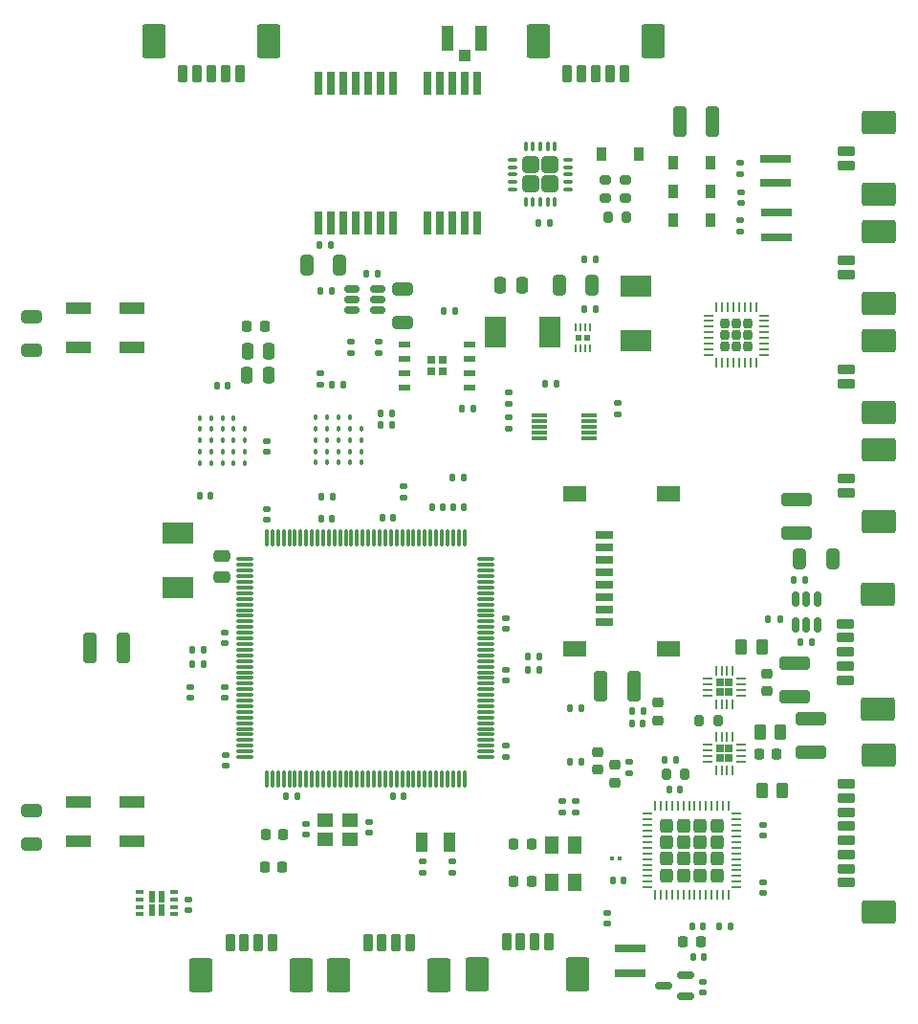
<source format=gbp>
%TF.GenerationSoftware,KiCad,Pcbnew,(6.0.7)*%
%TF.CreationDate,2022-08-22T02:23:39+08:00*%
%TF.ProjectId,cubesat_obc,63756265-7361-4745-9f6f-62632e6b6963,rev?*%
%TF.SameCoordinates,Original*%
%TF.FileFunction,Paste,Bot*%
%TF.FilePolarity,Positive*%
%FSLAX46Y46*%
G04 Gerber Fmt 4.6, Leading zero omitted, Abs format (unit mm)*
G04 Created by KiCad (PCBNEW (6.0.7)) date 2022-08-22 02:23:39*
%MOMM*%
%LPD*%
G01*
G04 APERTURE LIST*
G04 Aperture macros list*
%AMRoundRect*
0 Rectangle with rounded corners*
0 $1 Rounding radius*
0 $2 $3 $4 $5 $6 $7 $8 $9 X,Y pos of 4 corners*
0 Add a 4 corners polygon primitive as box body*
4,1,4,$2,$3,$4,$5,$6,$7,$8,$9,$2,$3,0*
0 Add four circle primitives for the rounded corners*
1,1,$1+$1,$2,$3*
1,1,$1+$1,$4,$5*
1,1,$1+$1,$6,$7*
1,1,$1+$1,$8,$9*
0 Add four rect primitives between the rounded corners*
20,1,$1+$1,$2,$3,$4,$5,0*
20,1,$1+$1,$4,$5,$6,$7,0*
20,1,$1+$1,$6,$7,$8,$9,0*
20,1,$1+$1,$8,$9,$2,$3,0*%
G04 Aperture macros list end*
%ADD10R,0.800000X0.800000*%
%ADD11R,1.100000X0.500000*%
%ADD12RoundRect,0.140000X-0.140000X-0.170000X0.140000X-0.170000X0.140000X0.170000X-0.140000X0.170000X0*%
%ADD13RoundRect,0.140000X-0.170000X0.140000X-0.170000X-0.140000X0.170000X-0.140000X0.170000X0.140000X0*%
%ADD14RoundRect,0.140000X0.170000X-0.140000X0.170000X0.140000X-0.170000X0.140000X-0.170000X-0.140000X0*%
%ADD15RoundRect,0.250000X-0.250000X-0.475000X0.250000X-0.475000X0.250000X0.475000X-0.250000X0.475000X0*%
%ADD16RoundRect,0.140000X0.140000X0.170000X-0.140000X0.170000X-0.140000X-0.170000X0.140000X-0.170000X0*%
%ADD17RoundRect,0.250000X0.650000X-0.325000X0.650000X0.325000X-0.650000X0.325000X-0.650000X-0.325000X0*%
%ADD18R,2.300000X1.100000*%
%ADD19RoundRect,0.200000X0.200000X0.600000X-0.200000X0.600000X-0.200000X-0.600000X0.200000X-0.600000X0*%
%ADD20RoundRect,0.250001X0.799999X1.249999X-0.799999X1.249999X-0.799999X-1.249999X0.799999X-1.249999X0*%
%ADD21RoundRect,0.200000X-0.600000X0.200000X-0.600000X-0.200000X0.600000X-0.200000X0.600000X0.200000X0*%
%ADD22RoundRect,0.250001X-1.249999X0.799999X-1.249999X-0.799999X1.249999X-0.799999X1.249999X0.799999X0*%
%ADD23R,2.700000X0.800000*%
%ADD24RoundRect,0.135000X0.135000X0.185000X-0.135000X0.185000X-0.135000X-0.185000X0.135000X-0.185000X0*%
%ADD25RoundRect,0.135000X-0.135000X-0.185000X0.135000X-0.185000X0.135000X0.185000X-0.135000X0.185000X0*%
%ADD26RoundRect,0.135000X-0.185000X0.135000X-0.185000X-0.135000X0.185000X-0.135000X0.185000X0.135000X0*%
%ADD27RoundRect,0.135000X0.185000X-0.135000X0.185000X0.135000X-0.185000X0.135000X-0.185000X-0.135000X0*%
%ADD28R,1.400000X0.300000*%
%ADD29RoundRect,0.250000X0.475000X0.475000X-0.475000X0.475000X-0.475000X-0.475000X0.475000X-0.475000X0*%
%ADD30RoundRect,0.075000X0.325000X0.075000X-0.325000X0.075000X-0.325000X-0.075000X0.325000X-0.075000X0*%
%ADD31RoundRect,0.075000X0.075000X0.325000X-0.075000X0.325000X-0.075000X-0.325000X0.075000X-0.325000X0*%
%ADD32R,1.500000X0.800000*%
%ADD33R,2.000000X1.450000*%
%ADD34R,1.000000X1.800000*%
%ADD35RoundRect,0.200000X-0.275000X0.200000X-0.275000X-0.200000X0.275000X-0.200000X0.275000X0.200000X0*%
%ADD36RoundRect,0.200000X0.200000X0.275000X-0.200000X0.275000X-0.200000X-0.275000X0.200000X-0.275000X0*%
%ADD37RoundRect,0.200000X0.275000X-0.200000X0.275000X0.200000X-0.275000X0.200000X-0.275000X-0.200000X0*%
%ADD38R,0.900000X1.200000*%
%ADD39RoundRect,0.225000X-0.225000X-0.250000X0.225000X-0.250000X0.225000X0.250000X-0.225000X0.250000X0*%
%ADD40RoundRect,0.150000X0.587500X0.150000X-0.587500X0.150000X-0.587500X-0.150000X0.587500X-0.150000X0*%
%ADD41RoundRect,0.250000X-0.345000X-0.345000X0.345000X-0.345000X0.345000X0.345000X-0.345000X0.345000X0*%
%ADD42RoundRect,0.062500X-0.375000X-0.062500X0.375000X-0.062500X0.375000X0.062500X-0.375000X0.062500X0*%
%ADD43RoundRect,0.062500X-0.062500X-0.375000X0.062500X-0.375000X0.062500X0.375000X-0.062500X0.375000X0*%
%ADD44RoundRect,0.079500X0.079500X0.100500X-0.079500X0.100500X-0.079500X-0.100500X0.079500X-0.100500X0*%
%ADD45RoundRect,0.225000X0.225000X0.250000X-0.225000X0.250000X-0.225000X-0.250000X0.225000X-0.250000X0*%
%ADD46R,2.790000X1.903000*%
%ADD47RoundRect,0.075000X0.075000X-0.662500X0.075000X0.662500X-0.075000X0.662500X-0.075000X-0.662500X0*%
%ADD48RoundRect,0.075000X0.662500X-0.075000X0.662500X0.075000X-0.662500X0.075000X-0.662500X-0.075000X0*%
%ADD49RoundRect,0.250000X0.325000X0.650000X-0.325000X0.650000X-0.325000X-0.650000X0.325000X-0.650000X0*%
%ADD50RoundRect,0.250000X0.325000X1.100000X-0.325000X1.100000X-0.325000X-1.100000X0.325000X-1.100000X0*%
%ADD51RoundRect,0.250000X-0.325000X-1.100000X0.325000X-1.100000X0.325000X1.100000X-0.325000X1.100000X0*%
%ADD52RoundRect,0.250000X1.100000X-0.325000X1.100000X0.325000X-1.100000X0.325000X-1.100000X-0.325000X0*%
%ADD53RoundRect,0.250000X-1.100000X0.325000X-1.100000X-0.325000X1.100000X-0.325000X1.100000X0.325000X0*%
%ADD54R,1.903000X2.790000*%
%ADD55RoundRect,0.207500X0.207500X0.207500X-0.207500X0.207500X-0.207500X-0.207500X0.207500X-0.207500X0*%
%ADD56RoundRect,0.062500X0.350000X0.062500X-0.350000X0.062500X-0.350000X-0.062500X0.350000X-0.062500X0*%
%ADD57RoundRect,0.062500X0.062500X0.350000X-0.062500X0.350000X-0.062500X-0.350000X0.062500X-0.350000X0*%
%ADD58R,0.540000X0.530000*%
%ADD59R,0.250000X0.700000*%
%ADD60R,0.600000X1.000000*%
%ADD61R,0.650000X0.350000*%
%ADD62R,1.400000X1.200000*%
%ADD63RoundRect,0.225000X0.250000X-0.225000X0.250000X0.225000X-0.250000X0.225000X-0.250000X-0.225000X0*%
%ADD64R,0.800000X2.000000*%
%ADD65RoundRect,0.250000X-0.262500X-0.450000X0.262500X-0.450000X0.262500X0.450000X-0.262500X0.450000X0*%
%ADD66R,1.300000X1.600000*%
%ADD67RoundRect,0.200000X-0.200000X-0.600000X0.200000X-0.600000X0.200000X0.600000X-0.200000X0.600000X0*%
%ADD68RoundRect,0.250001X-0.799999X-1.249999X0.799999X-1.249999X0.799999X1.249999X-0.799999X1.249999X0*%
%ADD69RoundRect,0.150000X-0.150000X0.512500X-0.150000X-0.512500X0.150000X-0.512500X0.150000X0.512500X0*%
%ADD70RoundRect,0.182500X-0.182500X0.182500X-0.182500X-0.182500X0.182500X-0.182500X0.182500X0.182500X0*%
%ADD71RoundRect,0.062500X-0.062500X0.350000X-0.062500X-0.350000X0.062500X-0.350000X0.062500X0.350000X0*%
%ADD72RoundRect,0.062500X-0.350000X0.062500X-0.350000X-0.062500X0.350000X-0.062500X0.350000X0.062500X0*%
%ADD73R,1.000000X1.050000*%
%ADD74R,1.050000X2.200000*%
%ADD75C,0.457200*%
%ADD76RoundRect,0.150000X0.512500X0.150000X-0.512500X0.150000X-0.512500X-0.150000X0.512500X-0.150000X0*%
%ADD77RoundRect,0.250000X-0.325000X-0.650000X0.325000X-0.650000X0.325000X0.650000X-0.325000X0.650000X0*%
%ADD78RoundRect,0.225000X-0.250000X0.225000X-0.250000X-0.225000X0.250000X-0.225000X0.250000X0.225000X0*%
%ADD79RoundRect,0.250000X0.475000X-0.250000X0.475000X0.250000X-0.475000X0.250000X-0.475000X-0.250000X0*%
%ADD80RoundRect,0.250000X-0.650000X0.325000X-0.650000X-0.325000X0.650000X-0.325000X0.650000X0.325000X0*%
G04 APERTURE END LIST*
D10*
X158400000Y-79550000D03*
X157400000Y-79550000D03*
X157400000Y-80550000D03*
X158400000Y-80550000D03*
D11*
X160800000Y-78145000D03*
X160800000Y-79415000D03*
X160800000Y-80685000D03*
X160800000Y-81955000D03*
X155000000Y-81955000D03*
X155000000Y-80685000D03*
X155000000Y-79415000D03*
X155000000Y-78145000D03*
D12*
X148620000Y-81725000D03*
X149580000Y-81725000D03*
D13*
X142825000Y-92695000D03*
X142825000Y-93655000D03*
D14*
X139128500Y-104580000D03*
X139128500Y-103620000D03*
D15*
X141075000Y-80875000D03*
X142975000Y-80875000D03*
D12*
X159345000Y-92575000D03*
X160305000Y-92575000D03*
D16*
X154980000Y-118150000D03*
X154020000Y-118150000D03*
D13*
X164000000Y-113670000D03*
X164000000Y-114630000D03*
D12*
X147670000Y-93575000D03*
X148630000Y-93575000D03*
D14*
X184810400Y-65656400D03*
X184810400Y-64696400D03*
D17*
X122047000Y-122379000D03*
X122047000Y-119429000D03*
X122047000Y-78691000D03*
X122047000Y-75741000D03*
D18*
X126174000Y-118646000D03*
X130874000Y-118646000D03*
X130874000Y-122146000D03*
X126174000Y-122146000D03*
X126174000Y-74958000D03*
X130874000Y-74958000D03*
X130874000Y-78458000D03*
X126174000Y-78458000D03*
D19*
X155517000Y-131050000D03*
X154267000Y-131050000D03*
X153017000Y-131050000D03*
X151767000Y-131050000D03*
D20*
X149217000Y-133950000D03*
X158067000Y-133950000D03*
D19*
X143325000Y-131050000D03*
X142075000Y-131050000D03*
X140825000Y-131050000D03*
X139575000Y-131050000D03*
D20*
X137025000Y-133950000D03*
X145875000Y-133950000D03*
D21*
X194132500Y-70749000D03*
X194132500Y-71999000D03*
D22*
X197032500Y-68199000D03*
X197032500Y-74549000D03*
D21*
X194132500Y-80401000D03*
X194132500Y-81651000D03*
D22*
X197032500Y-84201000D03*
X197032500Y-77851000D03*
D21*
X194132500Y-61097000D03*
X194132500Y-62347000D03*
D22*
X197032500Y-64897000D03*
X197032500Y-58547000D03*
D21*
X194132500Y-90053000D03*
X194132500Y-91303000D03*
D22*
X197032500Y-93853000D03*
X197032500Y-87503000D03*
D23*
X187960000Y-66464000D03*
X187960000Y-68664000D03*
X187896500Y-63901500D03*
X187896500Y-61701500D03*
D24*
X153935000Y-84250000D03*
X152915000Y-84250000D03*
D25*
X147640000Y-91600000D03*
X148660000Y-91600000D03*
D26*
X147600000Y-80740000D03*
X147600000Y-81760000D03*
D24*
X137225500Y-105156000D03*
X136205500Y-105156000D03*
X137225500Y-106426000D03*
X136205500Y-106426000D03*
D26*
X184785000Y-67181000D03*
X184785000Y-68201000D03*
D27*
X184785000Y-63121000D03*
X184785000Y-62101000D03*
X173926500Y-84330000D03*
X173926500Y-83310000D03*
D26*
X164274500Y-84580000D03*
X164274500Y-85600000D03*
D28*
X171351300Y-84471000D03*
X171351300Y-84971000D03*
X171351300Y-85471000D03*
X171351300Y-85971000D03*
X171351300Y-86471000D03*
X166951300Y-86471000D03*
X166951300Y-85971000D03*
X166951300Y-85471000D03*
X166951300Y-84971000D03*
X166951300Y-84471000D03*
D29*
X166203100Y-62279000D03*
X167883100Y-63959000D03*
X166203100Y-63959000D03*
X167883100Y-62279000D03*
D30*
X169493100Y-61819000D03*
X169493100Y-62469000D03*
X169493100Y-63119000D03*
X169493100Y-63769000D03*
X169493100Y-64419000D03*
D31*
X168343100Y-65569000D03*
X167693100Y-65569000D03*
X167043100Y-65569000D03*
X166393100Y-65569000D03*
X165743100Y-65569000D03*
D30*
X164593100Y-64419000D03*
X164593100Y-63769000D03*
X164593100Y-63119000D03*
X164593100Y-62469000D03*
X164593100Y-61819000D03*
D31*
X165743100Y-60669000D03*
X166393100Y-60669000D03*
X167043100Y-60669000D03*
X167693100Y-60669000D03*
X168343100Y-60669000D03*
D32*
X172694000Y-95034500D03*
X172694000Y-96134500D03*
X172694000Y-97234500D03*
X172694000Y-98334500D03*
X172694000Y-99434500D03*
X172694000Y-100534500D03*
X172694000Y-101634500D03*
X172694000Y-102734500D03*
D33*
X178394000Y-91359500D03*
X170094000Y-105109500D03*
X178394000Y-105109500D03*
X170094000Y-91359500D03*
D34*
X156514500Y-122159000D03*
X159014500Y-122159000D03*
D12*
X166906000Y-67437000D03*
X167866000Y-67437000D03*
D25*
X167447500Y-81661000D03*
X168467500Y-81661000D03*
D27*
X164274500Y-83441000D03*
X164274500Y-82421000D03*
D35*
X172847000Y-63564000D03*
X172847000Y-65214000D03*
D36*
X174688000Y-66929000D03*
X173038000Y-66929000D03*
D37*
X174625000Y-65214000D03*
X174625000Y-63564000D03*
D38*
X182117000Y-62103000D03*
X178817000Y-62103000D03*
X178817000Y-64643000D03*
X182117000Y-64643000D03*
X175767000Y-61341000D03*
X172467000Y-61341000D03*
X182117000Y-67183000D03*
X178817000Y-67183000D03*
D14*
X172974000Y-129385000D03*
X172974000Y-128425000D03*
D39*
X164706000Y-125666500D03*
X166256000Y-125666500D03*
X164706000Y-122364500D03*
X166256000Y-122364500D03*
D14*
X181483000Y-135481000D03*
X181483000Y-134521000D03*
D39*
X179692000Y-131000500D03*
X181242000Y-131000500D03*
D13*
X186753500Y-120678000D03*
X186753500Y-121638000D03*
D12*
X180495000Y-129667000D03*
X181455000Y-129667000D03*
X180558500Y-132397500D03*
X181518500Y-132397500D03*
D14*
X186817000Y-126718000D03*
X186817000Y-125758000D03*
D16*
X183868000Y-129667000D03*
X182908000Y-129667000D03*
D12*
X178470000Y-117550000D03*
X179430000Y-117550000D03*
D16*
X174406500Y-125603000D03*
X173446500Y-125603000D03*
D19*
X167800500Y-131000000D03*
X166550500Y-131000000D03*
X165300500Y-131000000D03*
X164050500Y-131000000D03*
D20*
X161500500Y-133900000D03*
X170350500Y-133900000D03*
D23*
X175006000Y-133815000D03*
X175006000Y-131615000D03*
D40*
X179880500Y-133924000D03*
X179880500Y-135824000D03*
X178005500Y-134874000D03*
D41*
X181207000Y-120716000D03*
X182687000Y-122196000D03*
X179727000Y-120716000D03*
X179727000Y-123676000D03*
X181207000Y-125156000D03*
X182687000Y-125156000D03*
X181207000Y-122196000D03*
X179727000Y-125156000D03*
X178247000Y-120716000D03*
X182687000Y-120716000D03*
X179727000Y-122196000D03*
X181207000Y-123676000D03*
X178247000Y-122196000D03*
X182687000Y-123676000D03*
X178247000Y-125156000D03*
X178247000Y-123676000D03*
D42*
X176529500Y-126186000D03*
X176529500Y-125686000D03*
X176529500Y-125186000D03*
X176529500Y-124686000D03*
X176529500Y-124186000D03*
X176529500Y-123686000D03*
X176529500Y-123186000D03*
X176529500Y-122686000D03*
X176529500Y-122186000D03*
X176529500Y-121686000D03*
X176529500Y-121186000D03*
X176529500Y-120686000D03*
X176529500Y-120186000D03*
X176529500Y-119686000D03*
D43*
X177217000Y-118998500D03*
X177717000Y-118998500D03*
X178217000Y-118998500D03*
X178717000Y-118998500D03*
X179217000Y-118998500D03*
X179717000Y-118998500D03*
X180217000Y-118998500D03*
X180717000Y-118998500D03*
X181217000Y-118998500D03*
X181717000Y-118998500D03*
X182217000Y-118998500D03*
X182717000Y-118998500D03*
X183217000Y-118998500D03*
X183717000Y-118998500D03*
D42*
X184404500Y-119686000D03*
X184404500Y-120186000D03*
X184404500Y-120686000D03*
X184404500Y-121186000D03*
X184404500Y-121686000D03*
X184404500Y-122186000D03*
X184404500Y-122686000D03*
X184404500Y-123186000D03*
X184404500Y-123686000D03*
X184404500Y-124186000D03*
X184404500Y-124686000D03*
X184404500Y-125186000D03*
X184404500Y-125686000D03*
X184404500Y-126186000D03*
D43*
X183717000Y-126873500D03*
X183217000Y-126873500D03*
X182717000Y-126873500D03*
X182217000Y-126873500D03*
X181717000Y-126873500D03*
X181217000Y-126873500D03*
X180717000Y-126873500D03*
X180217000Y-126873500D03*
X179717000Y-126873500D03*
X179217000Y-126873500D03*
X178717000Y-126873500D03*
X178217000Y-126873500D03*
X177717000Y-126873500D03*
X177217000Y-126873500D03*
D26*
X170180000Y-118552500D03*
X170180000Y-119572500D03*
X168973500Y-118552500D03*
X168973500Y-119572500D03*
D44*
X174081000Y-123634500D03*
X173391000Y-123634500D03*
D21*
X194132500Y-117037000D03*
X194132500Y-118287000D03*
X194132500Y-119537000D03*
X194132500Y-120787000D03*
X194132500Y-122037000D03*
X194132500Y-123287000D03*
X194132500Y-124537000D03*
X194132500Y-125787000D03*
D22*
X197032500Y-128337000D03*
X197032500Y-114487000D03*
D14*
X139230000Y-115420000D03*
X139230000Y-114460000D03*
D15*
X141100000Y-78800000D03*
X143000000Y-78800000D03*
D13*
X136080500Y-108486000D03*
X136080500Y-109446000D03*
D14*
X151875000Y-121380000D03*
X151875000Y-120420000D03*
D16*
X160246000Y-89916000D03*
X159286000Y-89916000D03*
D13*
X146325000Y-120570000D03*
X146325000Y-121530000D03*
D45*
X144225000Y-124375000D03*
X142675000Y-124375000D03*
D13*
X135900000Y-127240000D03*
X135900000Y-128200000D03*
D12*
X153088400Y-93472000D03*
X154048400Y-93472000D03*
D13*
X164020500Y-102390000D03*
X164020500Y-103350000D03*
X164020500Y-106962000D03*
X164020500Y-107922000D03*
D14*
X139128500Y-109446000D03*
X139128500Y-108486000D03*
D13*
X159250000Y-123920000D03*
X159250000Y-124880000D03*
X156675000Y-123920000D03*
X156675000Y-124880000D03*
D16*
X158404500Y-92583000D03*
X157444500Y-92583000D03*
D13*
X142825000Y-86695000D03*
X142825000Y-87655000D03*
D16*
X139355000Y-81775000D03*
X138395000Y-81775000D03*
D46*
X135000000Y-94848500D03*
X135000000Y-99701500D03*
D47*
X160324500Y-116580500D03*
X159824500Y-116580500D03*
X159324500Y-116580500D03*
X158824500Y-116580500D03*
X158324500Y-116580500D03*
X157824500Y-116580500D03*
X157324500Y-116580500D03*
X156824500Y-116580500D03*
X156324500Y-116580500D03*
X155824500Y-116580500D03*
X155324500Y-116580500D03*
X154824500Y-116580500D03*
X154324500Y-116580500D03*
X153824500Y-116580500D03*
X153324500Y-116580500D03*
X152824500Y-116580500D03*
X152324500Y-116580500D03*
X151824500Y-116580500D03*
X151324500Y-116580500D03*
X150824500Y-116580500D03*
X150324500Y-116580500D03*
X149824500Y-116580500D03*
X149324500Y-116580500D03*
X148824500Y-116580500D03*
X148324500Y-116580500D03*
X147824500Y-116580500D03*
X147324500Y-116580500D03*
X146824500Y-116580500D03*
X146324500Y-116580500D03*
X145824500Y-116580500D03*
X145324500Y-116580500D03*
X144824500Y-116580500D03*
X144324500Y-116580500D03*
X143824500Y-116580500D03*
X143324500Y-116580500D03*
X142824500Y-116580500D03*
D48*
X140912000Y-114668000D03*
X140912000Y-114168000D03*
X140912000Y-113668000D03*
X140912000Y-113168000D03*
X140912000Y-112668000D03*
X140912000Y-112168000D03*
X140912000Y-111668000D03*
X140912000Y-111168000D03*
X140912000Y-110668000D03*
X140912000Y-110168000D03*
X140912000Y-109668000D03*
X140912000Y-109168000D03*
X140912000Y-108668000D03*
X140912000Y-108168000D03*
X140912000Y-107668000D03*
X140912000Y-107168000D03*
X140912000Y-106668000D03*
X140912000Y-106168000D03*
X140912000Y-105668000D03*
X140912000Y-105168000D03*
X140912000Y-104668000D03*
X140912000Y-104168000D03*
X140912000Y-103668000D03*
X140912000Y-103168000D03*
X140912000Y-102668000D03*
X140912000Y-102168000D03*
X140912000Y-101668000D03*
X140912000Y-101168000D03*
X140912000Y-100668000D03*
X140912000Y-100168000D03*
X140912000Y-99668000D03*
X140912000Y-99168000D03*
X140912000Y-98668000D03*
X140912000Y-98168000D03*
X140912000Y-97668000D03*
X140912000Y-97168000D03*
D47*
X142824500Y-95255500D03*
X143324500Y-95255500D03*
X143824500Y-95255500D03*
X144324500Y-95255500D03*
X144824500Y-95255500D03*
X145324500Y-95255500D03*
X145824500Y-95255500D03*
X146324500Y-95255500D03*
X146824500Y-95255500D03*
X147324500Y-95255500D03*
X147824500Y-95255500D03*
X148324500Y-95255500D03*
X148824500Y-95255500D03*
X149324500Y-95255500D03*
X149824500Y-95255500D03*
X150324500Y-95255500D03*
X150824500Y-95255500D03*
X151324500Y-95255500D03*
X151824500Y-95255500D03*
X152324500Y-95255500D03*
X152824500Y-95255500D03*
X153324500Y-95255500D03*
X153824500Y-95255500D03*
X154324500Y-95255500D03*
X154824500Y-95255500D03*
X155324500Y-95255500D03*
X155824500Y-95255500D03*
X156324500Y-95255500D03*
X156824500Y-95255500D03*
X157324500Y-95255500D03*
X157824500Y-95255500D03*
X158324500Y-95255500D03*
X158824500Y-95255500D03*
X159324500Y-95255500D03*
X159824500Y-95255500D03*
X160324500Y-95255500D03*
D48*
X162237000Y-97168000D03*
X162237000Y-97668000D03*
X162237000Y-98168000D03*
X162237000Y-98668000D03*
X162237000Y-99168000D03*
X162237000Y-99668000D03*
X162237000Y-100168000D03*
X162237000Y-100668000D03*
X162237000Y-101168000D03*
X162237000Y-101668000D03*
X162237000Y-102168000D03*
X162237000Y-102668000D03*
X162237000Y-103168000D03*
X162237000Y-103668000D03*
X162237000Y-104168000D03*
X162237000Y-104668000D03*
X162237000Y-105168000D03*
X162237000Y-105668000D03*
X162237000Y-106168000D03*
X162237000Y-106668000D03*
X162237000Y-107168000D03*
X162237000Y-107668000D03*
X162237000Y-108168000D03*
X162237000Y-108668000D03*
X162237000Y-109168000D03*
X162237000Y-109668000D03*
X162237000Y-110168000D03*
X162237000Y-110668000D03*
X162237000Y-111168000D03*
X162237000Y-111668000D03*
X162237000Y-112168000D03*
X162237000Y-112668000D03*
X162237000Y-113168000D03*
X162237000Y-113668000D03*
X162237000Y-114168000D03*
X162237000Y-114668000D03*
D25*
X165946500Y-105791000D03*
X166966500Y-105791000D03*
X165923500Y-106934000D03*
X166943500Y-106934000D03*
D49*
X171655000Y-72898000D03*
X168705000Y-72898000D03*
D16*
X171930000Y-75057000D03*
X170970000Y-75057000D03*
D15*
X163515000Y-72898000D03*
X165415000Y-72898000D03*
D50*
X182323000Y-58420000D03*
X179373000Y-58420000D03*
X175325000Y-108400000D03*
X172375000Y-108400000D03*
D51*
X127176000Y-105029000D03*
X130126000Y-105029000D03*
D52*
X189575000Y-109325000D03*
X189575000Y-106375000D03*
D53*
X189738000Y-91870000D03*
X189738000Y-94820000D03*
X191000000Y-111275000D03*
X191000000Y-114225000D03*
D46*
X175514000Y-77864500D03*
X175514000Y-73011500D03*
D54*
X163054500Y-77089000D03*
X167907500Y-77089000D03*
D24*
X171960000Y-70612000D03*
X170940000Y-70612000D03*
D55*
X185434000Y-78373000D03*
X184404000Y-76313000D03*
X185434000Y-76313000D03*
X184404000Y-77343000D03*
X183374000Y-78373000D03*
X184404000Y-78373000D03*
X183374000Y-77343000D03*
X183374000Y-76313000D03*
X185434000Y-77343000D03*
D56*
X186841500Y-75593000D03*
X186841500Y-76093000D03*
X186841500Y-76593000D03*
X186841500Y-77093000D03*
X186841500Y-77593000D03*
X186841500Y-78093000D03*
X186841500Y-78593000D03*
X186841500Y-79093000D03*
D57*
X186154000Y-79780500D03*
X185654000Y-79780500D03*
X185154000Y-79780500D03*
X184654000Y-79780500D03*
X184154000Y-79780500D03*
X183654000Y-79780500D03*
X183154000Y-79780500D03*
X182654000Y-79780500D03*
D56*
X181966500Y-79093000D03*
X181966500Y-78593000D03*
X181966500Y-78093000D03*
X181966500Y-77593000D03*
X181966500Y-77093000D03*
X181966500Y-76593000D03*
X181966500Y-76093000D03*
X181966500Y-75593000D03*
D57*
X182654000Y-74905500D03*
X183154000Y-74905500D03*
X183654000Y-74905500D03*
X184154000Y-74905500D03*
X184654000Y-74905500D03*
X185154000Y-74905500D03*
X185654000Y-74905500D03*
X186154000Y-74905500D03*
D58*
X171160000Y-77597000D03*
X170470000Y-77597000D03*
D59*
X170140000Y-76672000D03*
X170590000Y-76672000D03*
X171040000Y-76672000D03*
X171490000Y-76672000D03*
X171490000Y-78522000D03*
X171040000Y-78522000D03*
X170590000Y-78522000D03*
X170140000Y-78522000D03*
D60*
X132712500Y-128200000D03*
X132712500Y-127000000D03*
X133487500Y-128200000D03*
X133487500Y-127000000D03*
D61*
X134650000Y-126625000D03*
X134650000Y-127275000D03*
X134650000Y-127925000D03*
X134650000Y-128575000D03*
X131550000Y-128575000D03*
X131550000Y-127925000D03*
X131550000Y-127275000D03*
X131550000Y-126625000D03*
D62*
X150200000Y-121950000D03*
X148000000Y-121950000D03*
X148000000Y-120250000D03*
X150200000Y-120250000D03*
D63*
X177450000Y-111425000D03*
X177450000Y-109875000D03*
D21*
X194075000Y-102850000D03*
X194075000Y-104100000D03*
X194075000Y-105350000D03*
X194075000Y-106600000D03*
X194075000Y-107850000D03*
D22*
X196975000Y-110400000D03*
X196975000Y-100300000D03*
D63*
X172100000Y-115775000D03*
X172100000Y-114225000D03*
D39*
X142725000Y-121550000D03*
X144275000Y-121550000D03*
D24*
X188260000Y-102500000D03*
X187240000Y-102500000D03*
D16*
X152630000Y-71925000D03*
X151670000Y-71925000D03*
D64*
X147432000Y-55014000D03*
X148532000Y-55014000D03*
X149632000Y-55014000D03*
X150732000Y-55014000D03*
X151832000Y-55014000D03*
X152932000Y-55014000D03*
X154032000Y-55014000D03*
X157032000Y-55014000D03*
X158132000Y-55014000D03*
X159232000Y-55014000D03*
X160332000Y-55014000D03*
X161432000Y-55014000D03*
X161432000Y-67414000D03*
X160332000Y-67414000D03*
X159232000Y-67414000D03*
X158132000Y-67414000D03*
X157032000Y-67414000D03*
X154032000Y-67414000D03*
X152932000Y-67414000D03*
X151832000Y-67414000D03*
X150732000Y-67414000D03*
X149632000Y-67414000D03*
X148532000Y-67414000D03*
X147432000Y-67414000D03*
D13*
X174950000Y-115120000D03*
X174950000Y-116080000D03*
D25*
X169690000Y-110350000D03*
X170710000Y-110350000D03*
D39*
X141075000Y-76575000D03*
X142625000Y-76575000D03*
D65*
X184837500Y-104950000D03*
X186662500Y-104950000D03*
D66*
X170100000Y-122450000D03*
X170100000Y-125750000D03*
X168100000Y-125750000D03*
X168100000Y-122450000D03*
D67*
X135422000Y-54216000D03*
X136672000Y-54216000D03*
X137922000Y-54216000D03*
X139172000Y-54216000D03*
X140422000Y-54216000D03*
D68*
X142972000Y-51316000D03*
X132872000Y-51316000D03*
D25*
X152915000Y-85275000D03*
X153935000Y-85275000D03*
D27*
X150300000Y-78935000D03*
X150300000Y-77915000D03*
D16*
X145505000Y-118125000D03*
X144545000Y-118125000D03*
D69*
X189675000Y-100712500D03*
X190625000Y-100712500D03*
X191575000Y-100712500D03*
X191575000Y-102987500D03*
X190625000Y-102987500D03*
X189675000Y-102987500D03*
D70*
X182930000Y-113930000D03*
X183770000Y-113930000D03*
X183770000Y-114770000D03*
X182930000Y-114770000D03*
D71*
X182600000Y-112887500D03*
X183100000Y-112887500D03*
X183600000Y-112887500D03*
X184100000Y-112887500D03*
D72*
X184812500Y-113600000D03*
X184812500Y-114100000D03*
X184812500Y-114600000D03*
X184812500Y-115100000D03*
D71*
X184100000Y-115812500D03*
X183600000Y-115812500D03*
X183100000Y-115812500D03*
X182600000Y-115812500D03*
D72*
X181887500Y-115100000D03*
X181887500Y-114600000D03*
X181887500Y-114100000D03*
X181887500Y-113600000D03*
D73*
X160350000Y-52612000D03*
D74*
X161825000Y-51087000D03*
X158875000Y-51087000D03*
D36*
X182775000Y-111425000D03*
X181125000Y-111425000D03*
D27*
X154940000Y-91696000D03*
X154940000Y-90676000D03*
D12*
X136895000Y-91550000D03*
X137855000Y-91550000D03*
X190095000Y-104500000D03*
X191055000Y-104500000D03*
D27*
X152700000Y-78960000D03*
X152700000Y-77940000D03*
D24*
X148560000Y-73450000D03*
X147540000Y-73450000D03*
D12*
X189500000Y-99000000D03*
X190460000Y-99000000D03*
D36*
X179875000Y-116200000D03*
X178225000Y-116200000D03*
D75*
X150178100Y-84625000D03*
X149178100Y-84625000D03*
X148178100Y-84625000D03*
X147178100Y-84625000D03*
X151178100Y-85625000D03*
X150178100Y-85625000D03*
X149178100Y-85625000D03*
X148178100Y-85625000D03*
X147178100Y-85625000D03*
X151178100Y-86625000D03*
X150178100Y-86625000D03*
X149178100Y-86625000D03*
X148178100Y-86625000D03*
X147178100Y-86625000D03*
X151178100Y-87625000D03*
X150178100Y-87625000D03*
X149178100Y-87625000D03*
X148178100Y-87625000D03*
X147178100Y-87625000D03*
X151178100Y-88625000D03*
X150178100Y-88625000D03*
X149178100Y-88625000D03*
X148178100Y-88625000D03*
X147178100Y-88625000D03*
D76*
X152662500Y-73250000D03*
X152662500Y-74200000D03*
X152662500Y-75150000D03*
X150387500Y-75150000D03*
X150387500Y-74200000D03*
X150387500Y-73250000D03*
D77*
X190000000Y-97150000D03*
X192950000Y-97150000D03*
D24*
X161160000Y-83870000D03*
X160140000Y-83870000D03*
D67*
X169458000Y-54216000D03*
X170708000Y-54216000D03*
X171958000Y-54216000D03*
X173208000Y-54216000D03*
X174458000Y-54216000D03*
D68*
X166908000Y-51316000D03*
X177008000Y-51316000D03*
D39*
X186450000Y-114400000D03*
X188000000Y-114400000D03*
D16*
X148480000Y-69342000D03*
X147520000Y-69342000D03*
D49*
X149303000Y-71120000D03*
X146353000Y-71120000D03*
D25*
X169690000Y-115050000D03*
X170710000Y-115050000D03*
D24*
X179110000Y-114900000D03*
X178090000Y-114900000D03*
D65*
X186487500Y-112450000D03*
X188312500Y-112450000D03*
X186675000Y-117650000D03*
X188500000Y-117650000D03*
D75*
X139903100Y-84650000D03*
X138903100Y-84650000D03*
X137903100Y-84650000D03*
X136903100Y-84650000D03*
X140903100Y-85650000D03*
X139903100Y-85650000D03*
X138903100Y-85650000D03*
X137903100Y-85650000D03*
X136903100Y-85650000D03*
X140903100Y-86650000D03*
X139903100Y-86650000D03*
X138903100Y-86650000D03*
X137903100Y-86650000D03*
X136903100Y-86650000D03*
X140903100Y-87650000D03*
X139903100Y-87650000D03*
X138903100Y-87650000D03*
X137903100Y-87650000D03*
X136903100Y-87650000D03*
X140903100Y-88650000D03*
X139903100Y-88650000D03*
X138903100Y-88650000D03*
X137903100Y-88650000D03*
X136903100Y-88650000D03*
D78*
X187125000Y-107275000D03*
X187125000Y-108825000D03*
D79*
X138850000Y-98750000D03*
X138850000Y-96850000D03*
D70*
X183770000Y-108920000D03*
X182930000Y-108080000D03*
X183770000Y-108080000D03*
X182930000Y-108920000D03*
D71*
X182600000Y-107037500D03*
X183100000Y-107037500D03*
X183600000Y-107037500D03*
X184100000Y-107037500D03*
D72*
X184812500Y-107750000D03*
X184812500Y-108250000D03*
X184812500Y-108750000D03*
X184812500Y-109250000D03*
D71*
X184100000Y-109962500D03*
X183600000Y-109962500D03*
X183100000Y-109962500D03*
X182600000Y-109962500D03*
D72*
X181887500Y-109250000D03*
X181887500Y-108750000D03*
X181887500Y-108250000D03*
X181887500Y-107750000D03*
D80*
X154875000Y-73300000D03*
X154875000Y-76250000D03*
D24*
X176200000Y-110600000D03*
X175180000Y-110600000D03*
D63*
X173650000Y-116925000D03*
X173650000Y-115375000D03*
D12*
X175160000Y-111675000D03*
X176120000Y-111675000D03*
X158524000Y-75184000D03*
X159484000Y-75184000D03*
M02*

</source>
